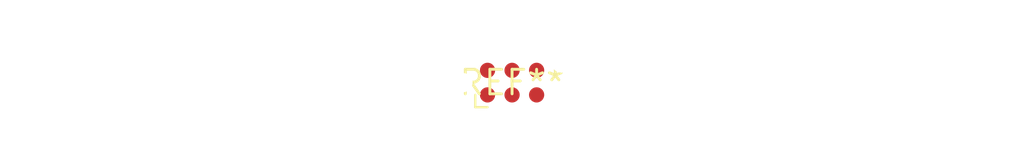
<source format=kicad_pcb>
(kicad_pcb (version 20240108) (generator pcbnew)
  (layers (0 "F.Cu" signal) (31 "B.Cu" signal) (34 "B.Paste" user) (35 "F.Paste" user) (36 "B.SilkS" user "B.Silkscreen") (37 "F.SilkS" user "F.Silkscreen") (38 "B.Mask" user) (39 "F.Mask" user) (44 "Edge.Cuts" user))
  (net 0 "")
  (footprint "Tag-Connect_TC2030-IDC-FP_2x03_P1.27mm_Vertical" (layer "F.Cu") (at 0 0)
    (property "Reference" "REF**")
    (property "Value" "Tag-Connect_TC2030-IDC-FP_2x03_P1.27mm_Vertical")
    (fp_line (start -1.905 1.27) (end -1.905 0.635) (layer "F.SilkS") (stroke (width 0.12)))
    (fp_line (start -1.27 1.27) (end -1.905 1.27) (layer "F.SilkS") (stroke (width 0.12)))
    (pad "" np_thru_hole circle (at -2.54 -2.54) (size 2.3749 2.3749) (drill 2.3749) (layers *.Cu *.Mask))
    (pad "" np_thru_hole circle (at -2.54 0) (size 0.9906 0.9906) (drill 0.9906) (layers *.Cu *.Mask))
    (pad "" np_thru_hole circle (at -2.54 2.54) (size 2.3749 2.3749) (drill 2.3749) (layers *.Cu *.Mask))
    (pad "" np_thru_hole circle (at 0.635 -2.54) (size 2.3749 2.3749) (drill 2.3749) (layers *.Cu *.Mask))
    (pad "" np_thru_hole circle (at 0.635 2.54) (size 2.3749 2.3749) (drill 2.3749) (layers *.Cu *.Mask))
    (pad "" np_thru_hole circle (at 2.54 -1.016) (size 0.9906 0.9906) (drill 0.9906) (layers *.Cu *.Mask))
    (pad "" np_thru_hole circle (at 2.54 1.016) (size 0.9906 0.9906) (drill 0.9906) (layers *.Cu *.Mask))
    (pad "1" connect circle (at -1.27 0.635) (size 0.7874 0.7874) (layers "F.Cu" "F.Mask"))
    (pad "2" connect circle (at -1.27 -0.635) (size 0.7874 0.7874) (layers "F.Cu" "F.Mask"))
    (pad "3" connect circle (at 0 0.635) (size 0.7874 0.7874) (layers "F.Cu" "F.Mask"))
    (pad "4" connect circle (at 0 -0.635) (size 0.7874 0.7874) (layers "F.Cu" "F.Mask"))
    (pad "5" connect circle (at 1.27 0.635) (size 0.7874 0.7874) (layers "F.Cu" "F.Mask"))
    (pad "6" connect circle (at 1.27 -0.635) (size 0.7874 0.7874) (layers "F.Cu" "F.Mask"))
  )
)
</source>
